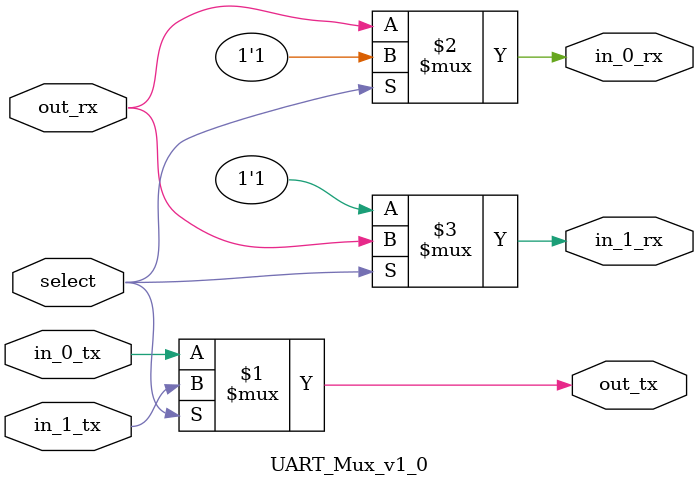
<source format=v>

`timescale 1 ns / 1 ps

	module UART_Mux_v1_0 
	(
		input wire  select,
		input wire  in_0_tx,
		output wire  in_0_rx,
		input wire  in_1_tx,
		output wire  in_1_rx,
		output wire  out_tx,
		input wire  out_rx
	);
	
	assign out_tx = select ? in_1_tx : in_0_tx;
	assign in_0_rx = select ? 1'b1 : out_rx;
	assign in_1_rx = select ? out_rx : 1'b1;
	
	
	endmodule

</source>
